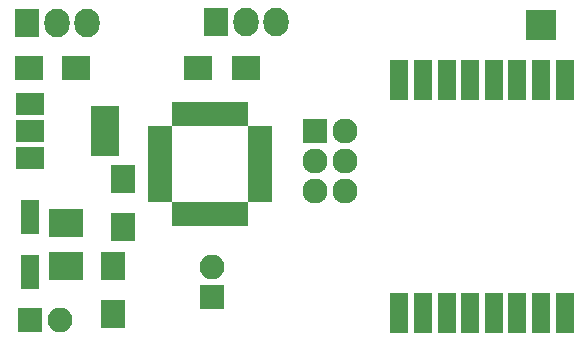
<source format=gts>
G04 #@! TF.FileFunction,Soldermask,Top*
%FSLAX46Y46*%
G04 Gerber Fmt 4.6, Leading zero omitted, Abs format (unit mm)*
G04 Created by KiCad (PCBNEW 4.0.5-e0-6337~49~ubuntu16.04.1) date Tue Jan 17 08:20:09 2017*
%MOMM*%
%LPD*%
G01*
G04 APERTURE LIST*
%ADD10C,0.100000*%
%ADD11R,2.000000X2.400000*%
%ADD12R,1.600000X3.400000*%
%ADD13R,0.950000X2.000000*%
%ADD14R,2.000000X0.950000*%
%ADD15R,1.598880X2.998420*%
%ADD16R,1.598880X3.000960*%
%ADD17R,2.635200X2.635200*%
%ADD18R,2.127200X2.432000*%
%ADD19O,2.127200X2.432000*%
%ADD20R,2.127200X2.127200*%
%ADD21O,2.127200X2.127200*%
%ADD22R,1.090880X2.398980*%
%ADD23R,2.400000X2.100000*%
%ADD24R,2.100000X2.100000*%
%ADD25O,2.100000X2.100000*%
%ADD26R,2.400000X4.200000*%
%ADD27R,2.400000X1.900000*%
G04 APERTURE END LIST*
D10*
D11*
X91440000Y-75089000D03*
X91440000Y-79089000D03*
D12*
X115722400Y-79022400D03*
X117722400Y-79022400D03*
X119722400Y-79022400D03*
X121722400Y-79022400D03*
X123722400Y-79022400D03*
X125722400Y-79022400D03*
X127722400Y-79022400D03*
X129722400Y-79022400D03*
X129722400Y-59322400D03*
X127722400Y-59322400D03*
X125722400Y-59322400D03*
X123722400Y-59322400D03*
X121722400Y-59322400D03*
X119722400Y-59322400D03*
X117722400Y-59322400D03*
X115722400Y-59322400D03*
D13*
X96895000Y-70671000D03*
X97695000Y-70671000D03*
X98495000Y-70671000D03*
X99295000Y-70671000D03*
X100095000Y-70671000D03*
X100895000Y-70671000D03*
X101695000Y-70671000D03*
X102495000Y-70671000D03*
D14*
X103945000Y-69221000D03*
X103945000Y-68421000D03*
X103945000Y-67621000D03*
X103945000Y-66821000D03*
X103945000Y-66021000D03*
X103945000Y-65221000D03*
X103945000Y-64421000D03*
X103945000Y-63621000D03*
D13*
X102495000Y-62171000D03*
X101695000Y-62171000D03*
X100895000Y-62171000D03*
X100095000Y-62171000D03*
X99295000Y-62171000D03*
X98495000Y-62171000D03*
X97695000Y-62171000D03*
X96895000Y-62171000D03*
D14*
X95445000Y-63621000D03*
X95445000Y-64421000D03*
X95445000Y-65221000D03*
X95445000Y-66021000D03*
X95445000Y-66821000D03*
X95445000Y-67621000D03*
X95445000Y-68421000D03*
X95445000Y-69221000D03*
D15*
X84442300Y-75542140D03*
D16*
X84442300Y-70939660D03*
D17*
X127698500Y-54660800D03*
D18*
X84162900Y-54444900D03*
D19*
X86702900Y-54444900D03*
X89242900Y-54444900D03*
D18*
X100190300Y-54432200D03*
D19*
X102730300Y-54432200D03*
X105270300Y-54432200D03*
D20*
X108585000Y-63627000D03*
D21*
X111125000Y-63627000D03*
X108585000Y-66167000D03*
X111125000Y-66167000D03*
X108585000Y-68707000D03*
X111125000Y-68707000D03*
D22*
X86540340Y-75041760D03*
X87490300Y-75041760D03*
X88440260Y-75041760D03*
X88440260Y-71440040D03*
X87490300Y-71440040D03*
X86540340Y-71440040D03*
D23*
X84360000Y-58293000D03*
X88360000Y-58293000D03*
D24*
X99822000Y-77724000D03*
D25*
X99822000Y-75184000D03*
D24*
X84455000Y-79629000D03*
D25*
X86995000Y-79629000D03*
D11*
X92329000Y-71723000D03*
X92329000Y-67723000D03*
D23*
X98711000Y-58293000D03*
X102711000Y-58293000D03*
D26*
X90780000Y-63627000D03*
D27*
X84480000Y-63627000D03*
X84480000Y-65927000D03*
X84480000Y-61327000D03*
M02*

</source>
